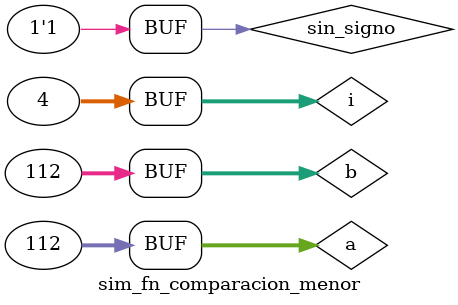
<source format=v>
`include "fn_comparacion_menor.v"
module sim_fn_comparacion_menor ;
    integer i;
    reg  [31:0]a;
    reg  [31:0]b;
    reg         sin_signo;
    wire  [31:0]Y;
    fn_comparacion_menor dut (
        .Y (Y),
        .a (a),
        .b (b),
        .sin_signo (sin_signo)
    );

    initial begin
        $dumpfile("fn_comparacion_menor.vcd");
        $dumpvars(0);
        for (i=0;i<4;i = i + 1) begin
            a = {$random}%2001 - 1000; // $random genera un integer aleatorio {} es una concatenacion, su resultado es sin signo
            b = {$random}%2001 - 1000; // numero aleatorio entre -1000 y 1000
            sin_signo = 0;
            #10; // espera 10 unidades de tiempo
            sin_signo = 1;
            #10;
        end
        a = 112;
        b = 112;
        sin_signo = 0;
        #10;
        sin_signo = 1;
        #10;
    end
endmodule

</source>
